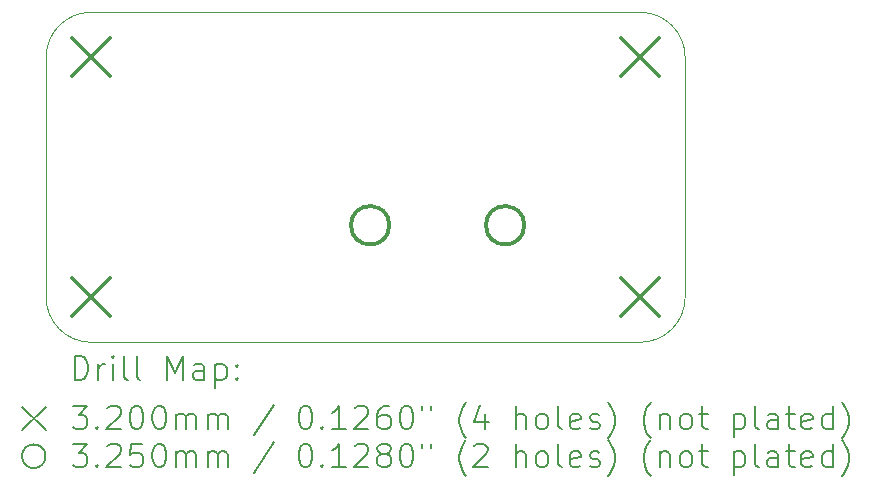
<source format=gbr>
%TF.GenerationSoftware,KiCad,Pcbnew,7.0.1*%
%TF.CreationDate,2023-07-05T13:46:18-05:00*%
%TF.ProjectId,MCP23008 Keypad Breakout,4d435032-3330-4303-9820-4b6579706164,rev?*%
%TF.SameCoordinates,Original*%
%TF.FileFunction,Drillmap*%
%TF.FilePolarity,Positive*%
%FSLAX45Y45*%
G04 Gerber Fmt 4.5, Leading zero omitted, Abs format (unit mm)*
G04 Created by KiCad (PCBNEW 7.0.1) date 2023-07-05 13:46:18*
%MOMM*%
%LPD*%
G01*
G04 APERTURE LIST*
%ADD10C,0.100000*%
%ADD11C,0.200000*%
%ADD12C,0.320000*%
%ADD13C,0.325000*%
G04 APERTURE END LIST*
D10*
X17373600Y-13335000D02*
G75*
G03*
X17754600Y-12954000I0J381000D01*
G01*
X17754600Y-10922000D02*
G75*
G03*
X17373600Y-10541000I-381000J0D01*
G01*
X12344400Y-12954000D02*
G75*
G03*
X12725400Y-13335000I381000J0D01*
G01*
X12725400Y-10541000D02*
G75*
G03*
X12344400Y-10922000I0J-381000D01*
G01*
X17373600Y-10541000D02*
X12725400Y-10541000D01*
X12344400Y-12954000D02*
X12344400Y-10922000D01*
X17754600Y-12954000D02*
X17754600Y-10922000D01*
X12725400Y-13335000D02*
X17373600Y-13335000D01*
D11*
D12*
X12565400Y-10762000D02*
X12885400Y-11082000D01*
X12885400Y-10762000D02*
X12565400Y-11082000D01*
X12565400Y-12794000D02*
X12885400Y-13114000D01*
X12885400Y-12794000D02*
X12565400Y-13114000D01*
X17213600Y-10762000D02*
X17533600Y-11082000D01*
X17533600Y-10762000D02*
X17213600Y-11082000D01*
X17213600Y-12794000D02*
X17533600Y-13114000D01*
X17533600Y-12794000D02*
X17213600Y-13114000D01*
D13*
X15250100Y-12344400D02*
G75*
G03*
X15250100Y-12344400I-162500J0D01*
G01*
X16393100Y-12344400D02*
G75*
G03*
X16393100Y-12344400I-162500J0D01*
G01*
D11*
X12587019Y-13652524D02*
X12587019Y-13452524D01*
X12587019Y-13452524D02*
X12634638Y-13452524D01*
X12634638Y-13452524D02*
X12663209Y-13462048D01*
X12663209Y-13462048D02*
X12682257Y-13481095D01*
X12682257Y-13481095D02*
X12691781Y-13500143D01*
X12691781Y-13500143D02*
X12701305Y-13538238D01*
X12701305Y-13538238D02*
X12701305Y-13566809D01*
X12701305Y-13566809D02*
X12691781Y-13604905D01*
X12691781Y-13604905D02*
X12682257Y-13623952D01*
X12682257Y-13623952D02*
X12663209Y-13643000D01*
X12663209Y-13643000D02*
X12634638Y-13652524D01*
X12634638Y-13652524D02*
X12587019Y-13652524D01*
X12787019Y-13652524D02*
X12787019Y-13519190D01*
X12787019Y-13557286D02*
X12796543Y-13538238D01*
X12796543Y-13538238D02*
X12806067Y-13528714D01*
X12806067Y-13528714D02*
X12825114Y-13519190D01*
X12825114Y-13519190D02*
X12844162Y-13519190D01*
X12910828Y-13652524D02*
X12910828Y-13519190D01*
X12910828Y-13452524D02*
X12901305Y-13462048D01*
X12901305Y-13462048D02*
X12910828Y-13471571D01*
X12910828Y-13471571D02*
X12920352Y-13462048D01*
X12920352Y-13462048D02*
X12910828Y-13452524D01*
X12910828Y-13452524D02*
X12910828Y-13471571D01*
X13034638Y-13652524D02*
X13015590Y-13643000D01*
X13015590Y-13643000D02*
X13006067Y-13623952D01*
X13006067Y-13623952D02*
X13006067Y-13452524D01*
X13139400Y-13652524D02*
X13120352Y-13643000D01*
X13120352Y-13643000D02*
X13110828Y-13623952D01*
X13110828Y-13623952D02*
X13110828Y-13452524D01*
X13367971Y-13652524D02*
X13367971Y-13452524D01*
X13367971Y-13452524D02*
X13434638Y-13595381D01*
X13434638Y-13595381D02*
X13501305Y-13452524D01*
X13501305Y-13452524D02*
X13501305Y-13652524D01*
X13682257Y-13652524D02*
X13682257Y-13547762D01*
X13682257Y-13547762D02*
X13672733Y-13528714D01*
X13672733Y-13528714D02*
X13653686Y-13519190D01*
X13653686Y-13519190D02*
X13615590Y-13519190D01*
X13615590Y-13519190D02*
X13596543Y-13528714D01*
X13682257Y-13643000D02*
X13663209Y-13652524D01*
X13663209Y-13652524D02*
X13615590Y-13652524D01*
X13615590Y-13652524D02*
X13596543Y-13643000D01*
X13596543Y-13643000D02*
X13587019Y-13623952D01*
X13587019Y-13623952D02*
X13587019Y-13604905D01*
X13587019Y-13604905D02*
X13596543Y-13585857D01*
X13596543Y-13585857D02*
X13615590Y-13576333D01*
X13615590Y-13576333D02*
X13663209Y-13576333D01*
X13663209Y-13576333D02*
X13682257Y-13566809D01*
X13777495Y-13519190D02*
X13777495Y-13719190D01*
X13777495Y-13528714D02*
X13796543Y-13519190D01*
X13796543Y-13519190D02*
X13834638Y-13519190D01*
X13834638Y-13519190D02*
X13853686Y-13528714D01*
X13853686Y-13528714D02*
X13863209Y-13538238D01*
X13863209Y-13538238D02*
X13872733Y-13557286D01*
X13872733Y-13557286D02*
X13872733Y-13614428D01*
X13872733Y-13614428D02*
X13863209Y-13633476D01*
X13863209Y-13633476D02*
X13853686Y-13643000D01*
X13853686Y-13643000D02*
X13834638Y-13652524D01*
X13834638Y-13652524D02*
X13796543Y-13652524D01*
X13796543Y-13652524D02*
X13777495Y-13643000D01*
X13958448Y-13633476D02*
X13967971Y-13643000D01*
X13967971Y-13643000D02*
X13958448Y-13652524D01*
X13958448Y-13652524D02*
X13948924Y-13643000D01*
X13948924Y-13643000D02*
X13958448Y-13633476D01*
X13958448Y-13633476D02*
X13958448Y-13652524D01*
X13958448Y-13528714D02*
X13967971Y-13538238D01*
X13967971Y-13538238D02*
X13958448Y-13547762D01*
X13958448Y-13547762D02*
X13948924Y-13538238D01*
X13948924Y-13538238D02*
X13958448Y-13528714D01*
X13958448Y-13528714D02*
X13958448Y-13547762D01*
X12139400Y-13880000D02*
X12339400Y-14080000D01*
X12339400Y-13880000D02*
X12139400Y-14080000D01*
X12567971Y-13872524D02*
X12691781Y-13872524D01*
X12691781Y-13872524D02*
X12625114Y-13948714D01*
X12625114Y-13948714D02*
X12653686Y-13948714D01*
X12653686Y-13948714D02*
X12672733Y-13958238D01*
X12672733Y-13958238D02*
X12682257Y-13967762D01*
X12682257Y-13967762D02*
X12691781Y-13986809D01*
X12691781Y-13986809D02*
X12691781Y-14034428D01*
X12691781Y-14034428D02*
X12682257Y-14053476D01*
X12682257Y-14053476D02*
X12672733Y-14063000D01*
X12672733Y-14063000D02*
X12653686Y-14072524D01*
X12653686Y-14072524D02*
X12596543Y-14072524D01*
X12596543Y-14072524D02*
X12577495Y-14063000D01*
X12577495Y-14063000D02*
X12567971Y-14053476D01*
X12777495Y-14053476D02*
X12787019Y-14063000D01*
X12787019Y-14063000D02*
X12777495Y-14072524D01*
X12777495Y-14072524D02*
X12767971Y-14063000D01*
X12767971Y-14063000D02*
X12777495Y-14053476D01*
X12777495Y-14053476D02*
X12777495Y-14072524D01*
X12863209Y-13891571D02*
X12872733Y-13882048D01*
X12872733Y-13882048D02*
X12891781Y-13872524D01*
X12891781Y-13872524D02*
X12939400Y-13872524D01*
X12939400Y-13872524D02*
X12958448Y-13882048D01*
X12958448Y-13882048D02*
X12967971Y-13891571D01*
X12967971Y-13891571D02*
X12977495Y-13910619D01*
X12977495Y-13910619D02*
X12977495Y-13929667D01*
X12977495Y-13929667D02*
X12967971Y-13958238D01*
X12967971Y-13958238D02*
X12853686Y-14072524D01*
X12853686Y-14072524D02*
X12977495Y-14072524D01*
X13101305Y-13872524D02*
X13120352Y-13872524D01*
X13120352Y-13872524D02*
X13139400Y-13882048D01*
X13139400Y-13882048D02*
X13148924Y-13891571D01*
X13148924Y-13891571D02*
X13158448Y-13910619D01*
X13158448Y-13910619D02*
X13167971Y-13948714D01*
X13167971Y-13948714D02*
X13167971Y-13996333D01*
X13167971Y-13996333D02*
X13158448Y-14034428D01*
X13158448Y-14034428D02*
X13148924Y-14053476D01*
X13148924Y-14053476D02*
X13139400Y-14063000D01*
X13139400Y-14063000D02*
X13120352Y-14072524D01*
X13120352Y-14072524D02*
X13101305Y-14072524D01*
X13101305Y-14072524D02*
X13082257Y-14063000D01*
X13082257Y-14063000D02*
X13072733Y-14053476D01*
X13072733Y-14053476D02*
X13063209Y-14034428D01*
X13063209Y-14034428D02*
X13053686Y-13996333D01*
X13053686Y-13996333D02*
X13053686Y-13948714D01*
X13053686Y-13948714D02*
X13063209Y-13910619D01*
X13063209Y-13910619D02*
X13072733Y-13891571D01*
X13072733Y-13891571D02*
X13082257Y-13882048D01*
X13082257Y-13882048D02*
X13101305Y-13872524D01*
X13291781Y-13872524D02*
X13310829Y-13872524D01*
X13310829Y-13872524D02*
X13329876Y-13882048D01*
X13329876Y-13882048D02*
X13339400Y-13891571D01*
X13339400Y-13891571D02*
X13348924Y-13910619D01*
X13348924Y-13910619D02*
X13358448Y-13948714D01*
X13358448Y-13948714D02*
X13358448Y-13996333D01*
X13358448Y-13996333D02*
X13348924Y-14034428D01*
X13348924Y-14034428D02*
X13339400Y-14053476D01*
X13339400Y-14053476D02*
X13329876Y-14063000D01*
X13329876Y-14063000D02*
X13310829Y-14072524D01*
X13310829Y-14072524D02*
X13291781Y-14072524D01*
X13291781Y-14072524D02*
X13272733Y-14063000D01*
X13272733Y-14063000D02*
X13263209Y-14053476D01*
X13263209Y-14053476D02*
X13253686Y-14034428D01*
X13253686Y-14034428D02*
X13244162Y-13996333D01*
X13244162Y-13996333D02*
X13244162Y-13948714D01*
X13244162Y-13948714D02*
X13253686Y-13910619D01*
X13253686Y-13910619D02*
X13263209Y-13891571D01*
X13263209Y-13891571D02*
X13272733Y-13882048D01*
X13272733Y-13882048D02*
X13291781Y-13872524D01*
X13444162Y-14072524D02*
X13444162Y-13939190D01*
X13444162Y-13958238D02*
X13453686Y-13948714D01*
X13453686Y-13948714D02*
X13472733Y-13939190D01*
X13472733Y-13939190D02*
X13501305Y-13939190D01*
X13501305Y-13939190D02*
X13520352Y-13948714D01*
X13520352Y-13948714D02*
X13529876Y-13967762D01*
X13529876Y-13967762D02*
X13529876Y-14072524D01*
X13529876Y-13967762D02*
X13539400Y-13948714D01*
X13539400Y-13948714D02*
X13558448Y-13939190D01*
X13558448Y-13939190D02*
X13587019Y-13939190D01*
X13587019Y-13939190D02*
X13606067Y-13948714D01*
X13606067Y-13948714D02*
X13615590Y-13967762D01*
X13615590Y-13967762D02*
X13615590Y-14072524D01*
X13710829Y-14072524D02*
X13710829Y-13939190D01*
X13710829Y-13958238D02*
X13720352Y-13948714D01*
X13720352Y-13948714D02*
X13739400Y-13939190D01*
X13739400Y-13939190D02*
X13767971Y-13939190D01*
X13767971Y-13939190D02*
X13787019Y-13948714D01*
X13787019Y-13948714D02*
X13796543Y-13967762D01*
X13796543Y-13967762D02*
X13796543Y-14072524D01*
X13796543Y-13967762D02*
X13806067Y-13948714D01*
X13806067Y-13948714D02*
X13825114Y-13939190D01*
X13825114Y-13939190D02*
X13853686Y-13939190D01*
X13853686Y-13939190D02*
X13872733Y-13948714D01*
X13872733Y-13948714D02*
X13882257Y-13967762D01*
X13882257Y-13967762D02*
X13882257Y-14072524D01*
X14272733Y-13863000D02*
X14101305Y-14120143D01*
X14529876Y-13872524D02*
X14548924Y-13872524D01*
X14548924Y-13872524D02*
X14567972Y-13882048D01*
X14567972Y-13882048D02*
X14577495Y-13891571D01*
X14577495Y-13891571D02*
X14587019Y-13910619D01*
X14587019Y-13910619D02*
X14596543Y-13948714D01*
X14596543Y-13948714D02*
X14596543Y-13996333D01*
X14596543Y-13996333D02*
X14587019Y-14034428D01*
X14587019Y-14034428D02*
X14577495Y-14053476D01*
X14577495Y-14053476D02*
X14567972Y-14063000D01*
X14567972Y-14063000D02*
X14548924Y-14072524D01*
X14548924Y-14072524D02*
X14529876Y-14072524D01*
X14529876Y-14072524D02*
X14510829Y-14063000D01*
X14510829Y-14063000D02*
X14501305Y-14053476D01*
X14501305Y-14053476D02*
X14491781Y-14034428D01*
X14491781Y-14034428D02*
X14482257Y-13996333D01*
X14482257Y-13996333D02*
X14482257Y-13948714D01*
X14482257Y-13948714D02*
X14491781Y-13910619D01*
X14491781Y-13910619D02*
X14501305Y-13891571D01*
X14501305Y-13891571D02*
X14510829Y-13882048D01*
X14510829Y-13882048D02*
X14529876Y-13872524D01*
X14682257Y-14053476D02*
X14691781Y-14063000D01*
X14691781Y-14063000D02*
X14682257Y-14072524D01*
X14682257Y-14072524D02*
X14672733Y-14063000D01*
X14672733Y-14063000D02*
X14682257Y-14053476D01*
X14682257Y-14053476D02*
X14682257Y-14072524D01*
X14882257Y-14072524D02*
X14767972Y-14072524D01*
X14825114Y-14072524D02*
X14825114Y-13872524D01*
X14825114Y-13872524D02*
X14806067Y-13901095D01*
X14806067Y-13901095D02*
X14787019Y-13920143D01*
X14787019Y-13920143D02*
X14767972Y-13929667D01*
X14958448Y-13891571D02*
X14967972Y-13882048D01*
X14967972Y-13882048D02*
X14987019Y-13872524D01*
X14987019Y-13872524D02*
X15034638Y-13872524D01*
X15034638Y-13872524D02*
X15053686Y-13882048D01*
X15053686Y-13882048D02*
X15063210Y-13891571D01*
X15063210Y-13891571D02*
X15072733Y-13910619D01*
X15072733Y-13910619D02*
X15072733Y-13929667D01*
X15072733Y-13929667D02*
X15063210Y-13958238D01*
X15063210Y-13958238D02*
X14948924Y-14072524D01*
X14948924Y-14072524D02*
X15072733Y-14072524D01*
X15244162Y-13872524D02*
X15206067Y-13872524D01*
X15206067Y-13872524D02*
X15187019Y-13882048D01*
X15187019Y-13882048D02*
X15177495Y-13891571D01*
X15177495Y-13891571D02*
X15158448Y-13920143D01*
X15158448Y-13920143D02*
X15148924Y-13958238D01*
X15148924Y-13958238D02*
X15148924Y-14034428D01*
X15148924Y-14034428D02*
X15158448Y-14053476D01*
X15158448Y-14053476D02*
X15167972Y-14063000D01*
X15167972Y-14063000D02*
X15187019Y-14072524D01*
X15187019Y-14072524D02*
X15225114Y-14072524D01*
X15225114Y-14072524D02*
X15244162Y-14063000D01*
X15244162Y-14063000D02*
X15253686Y-14053476D01*
X15253686Y-14053476D02*
X15263210Y-14034428D01*
X15263210Y-14034428D02*
X15263210Y-13986809D01*
X15263210Y-13986809D02*
X15253686Y-13967762D01*
X15253686Y-13967762D02*
X15244162Y-13958238D01*
X15244162Y-13958238D02*
X15225114Y-13948714D01*
X15225114Y-13948714D02*
X15187019Y-13948714D01*
X15187019Y-13948714D02*
X15167972Y-13958238D01*
X15167972Y-13958238D02*
X15158448Y-13967762D01*
X15158448Y-13967762D02*
X15148924Y-13986809D01*
X15387019Y-13872524D02*
X15406067Y-13872524D01*
X15406067Y-13872524D02*
X15425114Y-13882048D01*
X15425114Y-13882048D02*
X15434638Y-13891571D01*
X15434638Y-13891571D02*
X15444162Y-13910619D01*
X15444162Y-13910619D02*
X15453686Y-13948714D01*
X15453686Y-13948714D02*
X15453686Y-13996333D01*
X15453686Y-13996333D02*
X15444162Y-14034428D01*
X15444162Y-14034428D02*
X15434638Y-14053476D01*
X15434638Y-14053476D02*
X15425114Y-14063000D01*
X15425114Y-14063000D02*
X15406067Y-14072524D01*
X15406067Y-14072524D02*
X15387019Y-14072524D01*
X15387019Y-14072524D02*
X15367972Y-14063000D01*
X15367972Y-14063000D02*
X15358448Y-14053476D01*
X15358448Y-14053476D02*
X15348924Y-14034428D01*
X15348924Y-14034428D02*
X15339400Y-13996333D01*
X15339400Y-13996333D02*
X15339400Y-13948714D01*
X15339400Y-13948714D02*
X15348924Y-13910619D01*
X15348924Y-13910619D02*
X15358448Y-13891571D01*
X15358448Y-13891571D02*
X15367972Y-13882048D01*
X15367972Y-13882048D02*
X15387019Y-13872524D01*
X15529876Y-13872524D02*
X15529876Y-13910619D01*
X15606067Y-13872524D02*
X15606067Y-13910619D01*
X15901305Y-14148714D02*
X15891781Y-14139190D01*
X15891781Y-14139190D02*
X15872734Y-14110619D01*
X15872734Y-14110619D02*
X15863210Y-14091571D01*
X15863210Y-14091571D02*
X15853686Y-14063000D01*
X15853686Y-14063000D02*
X15844162Y-14015381D01*
X15844162Y-14015381D02*
X15844162Y-13977286D01*
X15844162Y-13977286D02*
X15853686Y-13929667D01*
X15853686Y-13929667D02*
X15863210Y-13901095D01*
X15863210Y-13901095D02*
X15872734Y-13882048D01*
X15872734Y-13882048D02*
X15891781Y-13853476D01*
X15891781Y-13853476D02*
X15901305Y-13843952D01*
X16063210Y-13939190D02*
X16063210Y-14072524D01*
X16015591Y-13863000D02*
X15967972Y-14005857D01*
X15967972Y-14005857D02*
X16091781Y-14005857D01*
X16320353Y-14072524D02*
X16320353Y-13872524D01*
X16406067Y-14072524D02*
X16406067Y-13967762D01*
X16406067Y-13967762D02*
X16396543Y-13948714D01*
X16396543Y-13948714D02*
X16377496Y-13939190D01*
X16377496Y-13939190D02*
X16348924Y-13939190D01*
X16348924Y-13939190D02*
X16329876Y-13948714D01*
X16329876Y-13948714D02*
X16320353Y-13958238D01*
X16529876Y-14072524D02*
X16510829Y-14063000D01*
X16510829Y-14063000D02*
X16501305Y-14053476D01*
X16501305Y-14053476D02*
X16491781Y-14034428D01*
X16491781Y-14034428D02*
X16491781Y-13977286D01*
X16491781Y-13977286D02*
X16501305Y-13958238D01*
X16501305Y-13958238D02*
X16510829Y-13948714D01*
X16510829Y-13948714D02*
X16529876Y-13939190D01*
X16529876Y-13939190D02*
X16558448Y-13939190D01*
X16558448Y-13939190D02*
X16577496Y-13948714D01*
X16577496Y-13948714D02*
X16587019Y-13958238D01*
X16587019Y-13958238D02*
X16596543Y-13977286D01*
X16596543Y-13977286D02*
X16596543Y-14034428D01*
X16596543Y-14034428D02*
X16587019Y-14053476D01*
X16587019Y-14053476D02*
X16577496Y-14063000D01*
X16577496Y-14063000D02*
X16558448Y-14072524D01*
X16558448Y-14072524D02*
X16529876Y-14072524D01*
X16710829Y-14072524D02*
X16691781Y-14063000D01*
X16691781Y-14063000D02*
X16682257Y-14043952D01*
X16682257Y-14043952D02*
X16682257Y-13872524D01*
X16863210Y-14063000D02*
X16844162Y-14072524D01*
X16844162Y-14072524D02*
X16806067Y-14072524D01*
X16806067Y-14072524D02*
X16787019Y-14063000D01*
X16787019Y-14063000D02*
X16777496Y-14043952D01*
X16777496Y-14043952D02*
X16777496Y-13967762D01*
X16777496Y-13967762D02*
X16787019Y-13948714D01*
X16787019Y-13948714D02*
X16806067Y-13939190D01*
X16806067Y-13939190D02*
X16844162Y-13939190D01*
X16844162Y-13939190D02*
X16863210Y-13948714D01*
X16863210Y-13948714D02*
X16872734Y-13967762D01*
X16872734Y-13967762D02*
X16872734Y-13986809D01*
X16872734Y-13986809D02*
X16777496Y-14005857D01*
X16948924Y-14063000D02*
X16967972Y-14072524D01*
X16967972Y-14072524D02*
X17006067Y-14072524D01*
X17006067Y-14072524D02*
X17025115Y-14063000D01*
X17025115Y-14063000D02*
X17034639Y-14043952D01*
X17034639Y-14043952D02*
X17034639Y-14034428D01*
X17034639Y-14034428D02*
X17025115Y-14015381D01*
X17025115Y-14015381D02*
X17006067Y-14005857D01*
X17006067Y-14005857D02*
X16977496Y-14005857D01*
X16977496Y-14005857D02*
X16958448Y-13996333D01*
X16958448Y-13996333D02*
X16948924Y-13977286D01*
X16948924Y-13977286D02*
X16948924Y-13967762D01*
X16948924Y-13967762D02*
X16958448Y-13948714D01*
X16958448Y-13948714D02*
X16977496Y-13939190D01*
X16977496Y-13939190D02*
X17006067Y-13939190D01*
X17006067Y-13939190D02*
X17025115Y-13948714D01*
X17101305Y-14148714D02*
X17110829Y-14139190D01*
X17110829Y-14139190D02*
X17129877Y-14110619D01*
X17129877Y-14110619D02*
X17139400Y-14091571D01*
X17139400Y-14091571D02*
X17148924Y-14063000D01*
X17148924Y-14063000D02*
X17158448Y-14015381D01*
X17158448Y-14015381D02*
X17158448Y-13977286D01*
X17158448Y-13977286D02*
X17148924Y-13929667D01*
X17148924Y-13929667D02*
X17139400Y-13901095D01*
X17139400Y-13901095D02*
X17129877Y-13882048D01*
X17129877Y-13882048D02*
X17110829Y-13853476D01*
X17110829Y-13853476D02*
X17101305Y-13843952D01*
X17463210Y-14148714D02*
X17453686Y-14139190D01*
X17453686Y-14139190D02*
X17434639Y-14110619D01*
X17434639Y-14110619D02*
X17425115Y-14091571D01*
X17425115Y-14091571D02*
X17415591Y-14063000D01*
X17415591Y-14063000D02*
X17406067Y-14015381D01*
X17406067Y-14015381D02*
X17406067Y-13977286D01*
X17406067Y-13977286D02*
X17415591Y-13929667D01*
X17415591Y-13929667D02*
X17425115Y-13901095D01*
X17425115Y-13901095D02*
X17434639Y-13882048D01*
X17434639Y-13882048D02*
X17453686Y-13853476D01*
X17453686Y-13853476D02*
X17463210Y-13843952D01*
X17539400Y-13939190D02*
X17539400Y-14072524D01*
X17539400Y-13958238D02*
X17548924Y-13948714D01*
X17548924Y-13948714D02*
X17567972Y-13939190D01*
X17567972Y-13939190D02*
X17596543Y-13939190D01*
X17596543Y-13939190D02*
X17615591Y-13948714D01*
X17615591Y-13948714D02*
X17625115Y-13967762D01*
X17625115Y-13967762D02*
X17625115Y-14072524D01*
X17748924Y-14072524D02*
X17729877Y-14063000D01*
X17729877Y-14063000D02*
X17720353Y-14053476D01*
X17720353Y-14053476D02*
X17710829Y-14034428D01*
X17710829Y-14034428D02*
X17710829Y-13977286D01*
X17710829Y-13977286D02*
X17720353Y-13958238D01*
X17720353Y-13958238D02*
X17729877Y-13948714D01*
X17729877Y-13948714D02*
X17748924Y-13939190D01*
X17748924Y-13939190D02*
X17777496Y-13939190D01*
X17777496Y-13939190D02*
X17796543Y-13948714D01*
X17796543Y-13948714D02*
X17806067Y-13958238D01*
X17806067Y-13958238D02*
X17815591Y-13977286D01*
X17815591Y-13977286D02*
X17815591Y-14034428D01*
X17815591Y-14034428D02*
X17806067Y-14053476D01*
X17806067Y-14053476D02*
X17796543Y-14063000D01*
X17796543Y-14063000D02*
X17777496Y-14072524D01*
X17777496Y-14072524D02*
X17748924Y-14072524D01*
X17872734Y-13939190D02*
X17948924Y-13939190D01*
X17901305Y-13872524D02*
X17901305Y-14043952D01*
X17901305Y-14043952D02*
X17910829Y-14063000D01*
X17910829Y-14063000D02*
X17929877Y-14072524D01*
X17929877Y-14072524D02*
X17948924Y-14072524D01*
X18167972Y-13939190D02*
X18167972Y-14139190D01*
X18167972Y-13948714D02*
X18187020Y-13939190D01*
X18187020Y-13939190D02*
X18225115Y-13939190D01*
X18225115Y-13939190D02*
X18244162Y-13948714D01*
X18244162Y-13948714D02*
X18253686Y-13958238D01*
X18253686Y-13958238D02*
X18263210Y-13977286D01*
X18263210Y-13977286D02*
X18263210Y-14034428D01*
X18263210Y-14034428D02*
X18253686Y-14053476D01*
X18253686Y-14053476D02*
X18244162Y-14063000D01*
X18244162Y-14063000D02*
X18225115Y-14072524D01*
X18225115Y-14072524D02*
X18187020Y-14072524D01*
X18187020Y-14072524D02*
X18167972Y-14063000D01*
X18377496Y-14072524D02*
X18358448Y-14063000D01*
X18358448Y-14063000D02*
X18348924Y-14043952D01*
X18348924Y-14043952D02*
X18348924Y-13872524D01*
X18539401Y-14072524D02*
X18539401Y-13967762D01*
X18539401Y-13967762D02*
X18529877Y-13948714D01*
X18529877Y-13948714D02*
X18510829Y-13939190D01*
X18510829Y-13939190D02*
X18472734Y-13939190D01*
X18472734Y-13939190D02*
X18453686Y-13948714D01*
X18539401Y-14063000D02*
X18520353Y-14072524D01*
X18520353Y-14072524D02*
X18472734Y-14072524D01*
X18472734Y-14072524D02*
X18453686Y-14063000D01*
X18453686Y-14063000D02*
X18444162Y-14043952D01*
X18444162Y-14043952D02*
X18444162Y-14024905D01*
X18444162Y-14024905D02*
X18453686Y-14005857D01*
X18453686Y-14005857D02*
X18472734Y-13996333D01*
X18472734Y-13996333D02*
X18520353Y-13996333D01*
X18520353Y-13996333D02*
X18539401Y-13986809D01*
X18606067Y-13939190D02*
X18682258Y-13939190D01*
X18634639Y-13872524D02*
X18634639Y-14043952D01*
X18634639Y-14043952D02*
X18644162Y-14063000D01*
X18644162Y-14063000D02*
X18663210Y-14072524D01*
X18663210Y-14072524D02*
X18682258Y-14072524D01*
X18825115Y-14063000D02*
X18806067Y-14072524D01*
X18806067Y-14072524D02*
X18767972Y-14072524D01*
X18767972Y-14072524D02*
X18748924Y-14063000D01*
X18748924Y-14063000D02*
X18739401Y-14043952D01*
X18739401Y-14043952D02*
X18739401Y-13967762D01*
X18739401Y-13967762D02*
X18748924Y-13948714D01*
X18748924Y-13948714D02*
X18767972Y-13939190D01*
X18767972Y-13939190D02*
X18806067Y-13939190D01*
X18806067Y-13939190D02*
X18825115Y-13948714D01*
X18825115Y-13948714D02*
X18834639Y-13967762D01*
X18834639Y-13967762D02*
X18834639Y-13986809D01*
X18834639Y-13986809D02*
X18739401Y-14005857D01*
X19006067Y-14072524D02*
X19006067Y-13872524D01*
X19006067Y-14063000D02*
X18987020Y-14072524D01*
X18987020Y-14072524D02*
X18948924Y-14072524D01*
X18948924Y-14072524D02*
X18929877Y-14063000D01*
X18929877Y-14063000D02*
X18920353Y-14053476D01*
X18920353Y-14053476D02*
X18910829Y-14034428D01*
X18910829Y-14034428D02*
X18910829Y-13977286D01*
X18910829Y-13977286D02*
X18920353Y-13958238D01*
X18920353Y-13958238D02*
X18929877Y-13948714D01*
X18929877Y-13948714D02*
X18948924Y-13939190D01*
X18948924Y-13939190D02*
X18987020Y-13939190D01*
X18987020Y-13939190D02*
X19006067Y-13948714D01*
X19082258Y-14148714D02*
X19091782Y-14139190D01*
X19091782Y-14139190D02*
X19110829Y-14110619D01*
X19110829Y-14110619D02*
X19120353Y-14091571D01*
X19120353Y-14091571D02*
X19129877Y-14063000D01*
X19129877Y-14063000D02*
X19139401Y-14015381D01*
X19139401Y-14015381D02*
X19139401Y-13977286D01*
X19139401Y-13977286D02*
X19129877Y-13929667D01*
X19129877Y-13929667D02*
X19120353Y-13901095D01*
X19120353Y-13901095D02*
X19110829Y-13882048D01*
X19110829Y-13882048D02*
X19091782Y-13853476D01*
X19091782Y-13853476D02*
X19082258Y-13843952D01*
X12339400Y-14300000D02*
G75*
G03*
X12339400Y-14300000I-100000J0D01*
G01*
X12567971Y-14192524D02*
X12691781Y-14192524D01*
X12691781Y-14192524D02*
X12625114Y-14268714D01*
X12625114Y-14268714D02*
X12653686Y-14268714D01*
X12653686Y-14268714D02*
X12672733Y-14278238D01*
X12672733Y-14278238D02*
X12682257Y-14287762D01*
X12682257Y-14287762D02*
X12691781Y-14306809D01*
X12691781Y-14306809D02*
X12691781Y-14354428D01*
X12691781Y-14354428D02*
X12682257Y-14373476D01*
X12682257Y-14373476D02*
X12672733Y-14383000D01*
X12672733Y-14383000D02*
X12653686Y-14392524D01*
X12653686Y-14392524D02*
X12596543Y-14392524D01*
X12596543Y-14392524D02*
X12577495Y-14383000D01*
X12577495Y-14383000D02*
X12567971Y-14373476D01*
X12777495Y-14373476D02*
X12787019Y-14383000D01*
X12787019Y-14383000D02*
X12777495Y-14392524D01*
X12777495Y-14392524D02*
X12767971Y-14383000D01*
X12767971Y-14383000D02*
X12777495Y-14373476D01*
X12777495Y-14373476D02*
X12777495Y-14392524D01*
X12863209Y-14211571D02*
X12872733Y-14202048D01*
X12872733Y-14202048D02*
X12891781Y-14192524D01*
X12891781Y-14192524D02*
X12939400Y-14192524D01*
X12939400Y-14192524D02*
X12958448Y-14202048D01*
X12958448Y-14202048D02*
X12967971Y-14211571D01*
X12967971Y-14211571D02*
X12977495Y-14230619D01*
X12977495Y-14230619D02*
X12977495Y-14249667D01*
X12977495Y-14249667D02*
X12967971Y-14278238D01*
X12967971Y-14278238D02*
X12853686Y-14392524D01*
X12853686Y-14392524D02*
X12977495Y-14392524D01*
X13158448Y-14192524D02*
X13063209Y-14192524D01*
X13063209Y-14192524D02*
X13053686Y-14287762D01*
X13053686Y-14287762D02*
X13063209Y-14278238D01*
X13063209Y-14278238D02*
X13082257Y-14268714D01*
X13082257Y-14268714D02*
X13129876Y-14268714D01*
X13129876Y-14268714D02*
X13148924Y-14278238D01*
X13148924Y-14278238D02*
X13158448Y-14287762D01*
X13158448Y-14287762D02*
X13167971Y-14306809D01*
X13167971Y-14306809D02*
X13167971Y-14354428D01*
X13167971Y-14354428D02*
X13158448Y-14373476D01*
X13158448Y-14373476D02*
X13148924Y-14383000D01*
X13148924Y-14383000D02*
X13129876Y-14392524D01*
X13129876Y-14392524D02*
X13082257Y-14392524D01*
X13082257Y-14392524D02*
X13063209Y-14383000D01*
X13063209Y-14383000D02*
X13053686Y-14373476D01*
X13291781Y-14192524D02*
X13310829Y-14192524D01*
X13310829Y-14192524D02*
X13329876Y-14202048D01*
X13329876Y-14202048D02*
X13339400Y-14211571D01*
X13339400Y-14211571D02*
X13348924Y-14230619D01*
X13348924Y-14230619D02*
X13358448Y-14268714D01*
X13358448Y-14268714D02*
X13358448Y-14316333D01*
X13358448Y-14316333D02*
X13348924Y-14354428D01*
X13348924Y-14354428D02*
X13339400Y-14373476D01*
X13339400Y-14373476D02*
X13329876Y-14383000D01*
X13329876Y-14383000D02*
X13310829Y-14392524D01*
X13310829Y-14392524D02*
X13291781Y-14392524D01*
X13291781Y-14392524D02*
X13272733Y-14383000D01*
X13272733Y-14383000D02*
X13263209Y-14373476D01*
X13263209Y-14373476D02*
X13253686Y-14354428D01*
X13253686Y-14354428D02*
X13244162Y-14316333D01*
X13244162Y-14316333D02*
X13244162Y-14268714D01*
X13244162Y-14268714D02*
X13253686Y-14230619D01*
X13253686Y-14230619D02*
X13263209Y-14211571D01*
X13263209Y-14211571D02*
X13272733Y-14202048D01*
X13272733Y-14202048D02*
X13291781Y-14192524D01*
X13444162Y-14392524D02*
X13444162Y-14259190D01*
X13444162Y-14278238D02*
X13453686Y-14268714D01*
X13453686Y-14268714D02*
X13472733Y-14259190D01*
X13472733Y-14259190D02*
X13501305Y-14259190D01*
X13501305Y-14259190D02*
X13520352Y-14268714D01*
X13520352Y-14268714D02*
X13529876Y-14287762D01*
X13529876Y-14287762D02*
X13529876Y-14392524D01*
X13529876Y-14287762D02*
X13539400Y-14268714D01*
X13539400Y-14268714D02*
X13558448Y-14259190D01*
X13558448Y-14259190D02*
X13587019Y-14259190D01*
X13587019Y-14259190D02*
X13606067Y-14268714D01*
X13606067Y-14268714D02*
X13615590Y-14287762D01*
X13615590Y-14287762D02*
X13615590Y-14392524D01*
X13710829Y-14392524D02*
X13710829Y-14259190D01*
X13710829Y-14278238D02*
X13720352Y-14268714D01*
X13720352Y-14268714D02*
X13739400Y-14259190D01*
X13739400Y-14259190D02*
X13767971Y-14259190D01*
X13767971Y-14259190D02*
X13787019Y-14268714D01*
X13787019Y-14268714D02*
X13796543Y-14287762D01*
X13796543Y-14287762D02*
X13796543Y-14392524D01*
X13796543Y-14287762D02*
X13806067Y-14268714D01*
X13806067Y-14268714D02*
X13825114Y-14259190D01*
X13825114Y-14259190D02*
X13853686Y-14259190D01*
X13853686Y-14259190D02*
X13872733Y-14268714D01*
X13872733Y-14268714D02*
X13882257Y-14287762D01*
X13882257Y-14287762D02*
X13882257Y-14392524D01*
X14272733Y-14183000D02*
X14101305Y-14440143D01*
X14529876Y-14192524D02*
X14548924Y-14192524D01*
X14548924Y-14192524D02*
X14567972Y-14202048D01*
X14567972Y-14202048D02*
X14577495Y-14211571D01*
X14577495Y-14211571D02*
X14587019Y-14230619D01*
X14587019Y-14230619D02*
X14596543Y-14268714D01*
X14596543Y-14268714D02*
X14596543Y-14316333D01*
X14596543Y-14316333D02*
X14587019Y-14354428D01*
X14587019Y-14354428D02*
X14577495Y-14373476D01*
X14577495Y-14373476D02*
X14567972Y-14383000D01*
X14567972Y-14383000D02*
X14548924Y-14392524D01*
X14548924Y-14392524D02*
X14529876Y-14392524D01*
X14529876Y-14392524D02*
X14510829Y-14383000D01*
X14510829Y-14383000D02*
X14501305Y-14373476D01*
X14501305Y-14373476D02*
X14491781Y-14354428D01*
X14491781Y-14354428D02*
X14482257Y-14316333D01*
X14482257Y-14316333D02*
X14482257Y-14268714D01*
X14482257Y-14268714D02*
X14491781Y-14230619D01*
X14491781Y-14230619D02*
X14501305Y-14211571D01*
X14501305Y-14211571D02*
X14510829Y-14202048D01*
X14510829Y-14202048D02*
X14529876Y-14192524D01*
X14682257Y-14373476D02*
X14691781Y-14383000D01*
X14691781Y-14383000D02*
X14682257Y-14392524D01*
X14682257Y-14392524D02*
X14672733Y-14383000D01*
X14672733Y-14383000D02*
X14682257Y-14373476D01*
X14682257Y-14373476D02*
X14682257Y-14392524D01*
X14882257Y-14392524D02*
X14767972Y-14392524D01*
X14825114Y-14392524D02*
X14825114Y-14192524D01*
X14825114Y-14192524D02*
X14806067Y-14221095D01*
X14806067Y-14221095D02*
X14787019Y-14240143D01*
X14787019Y-14240143D02*
X14767972Y-14249667D01*
X14958448Y-14211571D02*
X14967972Y-14202048D01*
X14967972Y-14202048D02*
X14987019Y-14192524D01*
X14987019Y-14192524D02*
X15034638Y-14192524D01*
X15034638Y-14192524D02*
X15053686Y-14202048D01*
X15053686Y-14202048D02*
X15063210Y-14211571D01*
X15063210Y-14211571D02*
X15072733Y-14230619D01*
X15072733Y-14230619D02*
X15072733Y-14249667D01*
X15072733Y-14249667D02*
X15063210Y-14278238D01*
X15063210Y-14278238D02*
X14948924Y-14392524D01*
X14948924Y-14392524D02*
X15072733Y-14392524D01*
X15187019Y-14278238D02*
X15167972Y-14268714D01*
X15167972Y-14268714D02*
X15158448Y-14259190D01*
X15158448Y-14259190D02*
X15148924Y-14240143D01*
X15148924Y-14240143D02*
X15148924Y-14230619D01*
X15148924Y-14230619D02*
X15158448Y-14211571D01*
X15158448Y-14211571D02*
X15167972Y-14202048D01*
X15167972Y-14202048D02*
X15187019Y-14192524D01*
X15187019Y-14192524D02*
X15225114Y-14192524D01*
X15225114Y-14192524D02*
X15244162Y-14202048D01*
X15244162Y-14202048D02*
X15253686Y-14211571D01*
X15253686Y-14211571D02*
X15263210Y-14230619D01*
X15263210Y-14230619D02*
X15263210Y-14240143D01*
X15263210Y-14240143D02*
X15253686Y-14259190D01*
X15253686Y-14259190D02*
X15244162Y-14268714D01*
X15244162Y-14268714D02*
X15225114Y-14278238D01*
X15225114Y-14278238D02*
X15187019Y-14278238D01*
X15187019Y-14278238D02*
X15167972Y-14287762D01*
X15167972Y-14287762D02*
X15158448Y-14297286D01*
X15158448Y-14297286D02*
X15148924Y-14316333D01*
X15148924Y-14316333D02*
X15148924Y-14354428D01*
X15148924Y-14354428D02*
X15158448Y-14373476D01*
X15158448Y-14373476D02*
X15167972Y-14383000D01*
X15167972Y-14383000D02*
X15187019Y-14392524D01*
X15187019Y-14392524D02*
X15225114Y-14392524D01*
X15225114Y-14392524D02*
X15244162Y-14383000D01*
X15244162Y-14383000D02*
X15253686Y-14373476D01*
X15253686Y-14373476D02*
X15263210Y-14354428D01*
X15263210Y-14354428D02*
X15263210Y-14316333D01*
X15263210Y-14316333D02*
X15253686Y-14297286D01*
X15253686Y-14297286D02*
X15244162Y-14287762D01*
X15244162Y-14287762D02*
X15225114Y-14278238D01*
X15387019Y-14192524D02*
X15406067Y-14192524D01*
X15406067Y-14192524D02*
X15425114Y-14202048D01*
X15425114Y-14202048D02*
X15434638Y-14211571D01*
X15434638Y-14211571D02*
X15444162Y-14230619D01*
X15444162Y-14230619D02*
X15453686Y-14268714D01*
X15453686Y-14268714D02*
X15453686Y-14316333D01*
X15453686Y-14316333D02*
X15444162Y-14354428D01*
X15444162Y-14354428D02*
X15434638Y-14373476D01*
X15434638Y-14373476D02*
X15425114Y-14383000D01*
X15425114Y-14383000D02*
X15406067Y-14392524D01*
X15406067Y-14392524D02*
X15387019Y-14392524D01*
X15387019Y-14392524D02*
X15367972Y-14383000D01*
X15367972Y-14383000D02*
X15358448Y-14373476D01*
X15358448Y-14373476D02*
X15348924Y-14354428D01*
X15348924Y-14354428D02*
X15339400Y-14316333D01*
X15339400Y-14316333D02*
X15339400Y-14268714D01*
X15339400Y-14268714D02*
X15348924Y-14230619D01*
X15348924Y-14230619D02*
X15358448Y-14211571D01*
X15358448Y-14211571D02*
X15367972Y-14202048D01*
X15367972Y-14202048D02*
X15387019Y-14192524D01*
X15529876Y-14192524D02*
X15529876Y-14230619D01*
X15606067Y-14192524D02*
X15606067Y-14230619D01*
X15901305Y-14468714D02*
X15891781Y-14459190D01*
X15891781Y-14459190D02*
X15872734Y-14430619D01*
X15872734Y-14430619D02*
X15863210Y-14411571D01*
X15863210Y-14411571D02*
X15853686Y-14383000D01*
X15853686Y-14383000D02*
X15844162Y-14335381D01*
X15844162Y-14335381D02*
X15844162Y-14297286D01*
X15844162Y-14297286D02*
X15853686Y-14249667D01*
X15853686Y-14249667D02*
X15863210Y-14221095D01*
X15863210Y-14221095D02*
X15872734Y-14202048D01*
X15872734Y-14202048D02*
X15891781Y-14173476D01*
X15891781Y-14173476D02*
X15901305Y-14163952D01*
X15967972Y-14211571D02*
X15977495Y-14202048D01*
X15977495Y-14202048D02*
X15996543Y-14192524D01*
X15996543Y-14192524D02*
X16044162Y-14192524D01*
X16044162Y-14192524D02*
X16063210Y-14202048D01*
X16063210Y-14202048D02*
X16072734Y-14211571D01*
X16072734Y-14211571D02*
X16082257Y-14230619D01*
X16082257Y-14230619D02*
X16082257Y-14249667D01*
X16082257Y-14249667D02*
X16072734Y-14278238D01*
X16072734Y-14278238D02*
X15958448Y-14392524D01*
X15958448Y-14392524D02*
X16082257Y-14392524D01*
X16320353Y-14392524D02*
X16320353Y-14192524D01*
X16406067Y-14392524D02*
X16406067Y-14287762D01*
X16406067Y-14287762D02*
X16396543Y-14268714D01*
X16396543Y-14268714D02*
X16377496Y-14259190D01*
X16377496Y-14259190D02*
X16348924Y-14259190D01*
X16348924Y-14259190D02*
X16329876Y-14268714D01*
X16329876Y-14268714D02*
X16320353Y-14278238D01*
X16529876Y-14392524D02*
X16510829Y-14383000D01*
X16510829Y-14383000D02*
X16501305Y-14373476D01*
X16501305Y-14373476D02*
X16491781Y-14354428D01*
X16491781Y-14354428D02*
X16491781Y-14297286D01*
X16491781Y-14297286D02*
X16501305Y-14278238D01*
X16501305Y-14278238D02*
X16510829Y-14268714D01*
X16510829Y-14268714D02*
X16529876Y-14259190D01*
X16529876Y-14259190D02*
X16558448Y-14259190D01*
X16558448Y-14259190D02*
X16577496Y-14268714D01*
X16577496Y-14268714D02*
X16587019Y-14278238D01*
X16587019Y-14278238D02*
X16596543Y-14297286D01*
X16596543Y-14297286D02*
X16596543Y-14354428D01*
X16596543Y-14354428D02*
X16587019Y-14373476D01*
X16587019Y-14373476D02*
X16577496Y-14383000D01*
X16577496Y-14383000D02*
X16558448Y-14392524D01*
X16558448Y-14392524D02*
X16529876Y-14392524D01*
X16710829Y-14392524D02*
X16691781Y-14383000D01*
X16691781Y-14383000D02*
X16682257Y-14363952D01*
X16682257Y-14363952D02*
X16682257Y-14192524D01*
X16863210Y-14383000D02*
X16844162Y-14392524D01*
X16844162Y-14392524D02*
X16806067Y-14392524D01*
X16806067Y-14392524D02*
X16787019Y-14383000D01*
X16787019Y-14383000D02*
X16777496Y-14363952D01*
X16777496Y-14363952D02*
X16777496Y-14287762D01*
X16777496Y-14287762D02*
X16787019Y-14268714D01*
X16787019Y-14268714D02*
X16806067Y-14259190D01*
X16806067Y-14259190D02*
X16844162Y-14259190D01*
X16844162Y-14259190D02*
X16863210Y-14268714D01*
X16863210Y-14268714D02*
X16872734Y-14287762D01*
X16872734Y-14287762D02*
X16872734Y-14306809D01*
X16872734Y-14306809D02*
X16777496Y-14325857D01*
X16948924Y-14383000D02*
X16967972Y-14392524D01*
X16967972Y-14392524D02*
X17006067Y-14392524D01*
X17006067Y-14392524D02*
X17025115Y-14383000D01*
X17025115Y-14383000D02*
X17034639Y-14363952D01*
X17034639Y-14363952D02*
X17034639Y-14354428D01*
X17034639Y-14354428D02*
X17025115Y-14335381D01*
X17025115Y-14335381D02*
X17006067Y-14325857D01*
X17006067Y-14325857D02*
X16977496Y-14325857D01*
X16977496Y-14325857D02*
X16958448Y-14316333D01*
X16958448Y-14316333D02*
X16948924Y-14297286D01*
X16948924Y-14297286D02*
X16948924Y-14287762D01*
X16948924Y-14287762D02*
X16958448Y-14268714D01*
X16958448Y-14268714D02*
X16977496Y-14259190D01*
X16977496Y-14259190D02*
X17006067Y-14259190D01*
X17006067Y-14259190D02*
X17025115Y-14268714D01*
X17101305Y-14468714D02*
X17110829Y-14459190D01*
X17110829Y-14459190D02*
X17129877Y-14430619D01*
X17129877Y-14430619D02*
X17139400Y-14411571D01*
X17139400Y-14411571D02*
X17148924Y-14383000D01*
X17148924Y-14383000D02*
X17158448Y-14335381D01*
X17158448Y-14335381D02*
X17158448Y-14297286D01*
X17158448Y-14297286D02*
X17148924Y-14249667D01*
X17148924Y-14249667D02*
X17139400Y-14221095D01*
X17139400Y-14221095D02*
X17129877Y-14202048D01*
X17129877Y-14202048D02*
X17110829Y-14173476D01*
X17110829Y-14173476D02*
X17101305Y-14163952D01*
X17463210Y-14468714D02*
X17453686Y-14459190D01*
X17453686Y-14459190D02*
X17434639Y-14430619D01*
X17434639Y-14430619D02*
X17425115Y-14411571D01*
X17425115Y-14411571D02*
X17415591Y-14383000D01*
X17415591Y-14383000D02*
X17406067Y-14335381D01*
X17406067Y-14335381D02*
X17406067Y-14297286D01*
X17406067Y-14297286D02*
X17415591Y-14249667D01*
X17415591Y-14249667D02*
X17425115Y-14221095D01*
X17425115Y-14221095D02*
X17434639Y-14202048D01*
X17434639Y-14202048D02*
X17453686Y-14173476D01*
X17453686Y-14173476D02*
X17463210Y-14163952D01*
X17539400Y-14259190D02*
X17539400Y-14392524D01*
X17539400Y-14278238D02*
X17548924Y-14268714D01*
X17548924Y-14268714D02*
X17567972Y-14259190D01*
X17567972Y-14259190D02*
X17596543Y-14259190D01*
X17596543Y-14259190D02*
X17615591Y-14268714D01*
X17615591Y-14268714D02*
X17625115Y-14287762D01*
X17625115Y-14287762D02*
X17625115Y-14392524D01*
X17748924Y-14392524D02*
X17729877Y-14383000D01*
X17729877Y-14383000D02*
X17720353Y-14373476D01*
X17720353Y-14373476D02*
X17710829Y-14354428D01*
X17710829Y-14354428D02*
X17710829Y-14297286D01*
X17710829Y-14297286D02*
X17720353Y-14278238D01*
X17720353Y-14278238D02*
X17729877Y-14268714D01*
X17729877Y-14268714D02*
X17748924Y-14259190D01*
X17748924Y-14259190D02*
X17777496Y-14259190D01*
X17777496Y-14259190D02*
X17796543Y-14268714D01*
X17796543Y-14268714D02*
X17806067Y-14278238D01*
X17806067Y-14278238D02*
X17815591Y-14297286D01*
X17815591Y-14297286D02*
X17815591Y-14354428D01*
X17815591Y-14354428D02*
X17806067Y-14373476D01*
X17806067Y-14373476D02*
X17796543Y-14383000D01*
X17796543Y-14383000D02*
X17777496Y-14392524D01*
X17777496Y-14392524D02*
X17748924Y-14392524D01*
X17872734Y-14259190D02*
X17948924Y-14259190D01*
X17901305Y-14192524D02*
X17901305Y-14363952D01*
X17901305Y-14363952D02*
X17910829Y-14383000D01*
X17910829Y-14383000D02*
X17929877Y-14392524D01*
X17929877Y-14392524D02*
X17948924Y-14392524D01*
X18167972Y-14259190D02*
X18167972Y-14459190D01*
X18167972Y-14268714D02*
X18187020Y-14259190D01*
X18187020Y-14259190D02*
X18225115Y-14259190D01*
X18225115Y-14259190D02*
X18244162Y-14268714D01*
X18244162Y-14268714D02*
X18253686Y-14278238D01*
X18253686Y-14278238D02*
X18263210Y-14297286D01*
X18263210Y-14297286D02*
X18263210Y-14354428D01*
X18263210Y-14354428D02*
X18253686Y-14373476D01*
X18253686Y-14373476D02*
X18244162Y-14383000D01*
X18244162Y-14383000D02*
X18225115Y-14392524D01*
X18225115Y-14392524D02*
X18187020Y-14392524D01*
X18187020Y-14392524D02*
X18167972Y-14383000D01*
X18377496Y-14392524D02*
X18358448Y-14383000D01*
X18358448Y-14383000D02*
X18348924Y-14363952D01*
X18348924Y-14363952D02*
X18348924Y-14192524D01*
X18539401Y-14392524D02*
X18539401Y-14287762D01*
X18539401Y-14287762D02*
X18529877Y-14268714D01*
X18529877Y-14268714D02*
X18510829Y-14259190D01*
X18510829Y-14259190D02*
X18472734Y-14259190D01*
X18472734Y-14259190D02*
X18453686Y-14268714D01*
X18539401Y-14383000D02*
X18520353Y-14392524D01*
X18520353Y-14392524D02*
X18472734Y-14392524D01*
X18472734Y-14392524D02*
X18453686Y-14383000D01*
X18453686Y-14383000D02*
X18444162Y-14363952D01*
X18444162Y-14363952D02*
X18444162Y-14344905D01*
X18444162Y-14344905D02*
X18453686Y-14325857D01*
X18453686Y-14325857D02*
X18472734Y-14316333D01*
X18472734Y-14316333D02*
X18520353Y-14316333D01*
X18520353Y-14316333D02*
X18539401Y-14306809D01*
X18606067Y-14259190D02*
X18682258Y-14259190D01*
X18634639Y-14192524D02*
X18634639Y-14363952D01*
X18634639Y-14363952D02*
X18644162Y-14383000D01*
X18644162Y-14383000D02*
X18663210Y-14392524D01*
X18663210Y-14392524D02*
X18682258Y-14392524D01*
X18825115Y-14383000D02*
X18806067Y-14392524D01*
X18806067Y-14392524D02*
X18767972Y-14392524D01*
X18767972Y-14392524D02*
X18748924Y-14383000D01*
X18748924Y-14383000D02*
X18739401Y-14363952D01*
X18739401Y-14363952D02*
X18739401Y-14287762D01*
X18739401Y-14287762D02*
X18748924Y-14268714D01*
X18748924Y-14268714D02*
X18767972Y-14259190D01*
X18767972Y-14259190D02*
X18806067Y-14259190D01*
X18806067Y-14259190D02*
X18825115Y-14268714D01*
X18825115Y-14268714D02*
X18834639Y-14287762D01*
X18834639Y-14287762D02*
X18834639Y-14306809D01*
X18834639Y-14306809D02*
X18739401Y-14325857D01*
X19006067Y-14392524D02*
X19006067Y-14192524D01*
X19006067Y-14383000D02*
X18987020Y-14392524D01*
X18987020Y-14392524D02*
X18948924Y-14392524D01*
X18948924Y-14392524D02*
X18929877Y-14383000D01*
X18929877Y-14383000D02*
X18920353Y-14373476D01*
X18920353Y-14373476D02*
X18910829Y-14354428D01*
X18910829Y-14354428D02*
X18910829Y-14297286D01*
X18910829Y-14297286D02*
X18920353Y-14278238D01*
X18920353Y-14278238D02*
X18929877Y-14268714D01*
X18929877Y-14268714D02*
X18948924Y-14259190D01*
X18948924Y-14259190D02*
X18987020Y-14259190D01*
X18987020Y-14259190D02*
X19006067Y-14268714D01*
X19082258Y-14468714D02*
X19091782Y-14459190D01*
X19091782Y-14459190D02*
X19110829Y-14430619D01*
X19110829Y-14430619D02*
X19120353Y-14411571D01*
X19120353Y-14411571D02*
X19129877Y-14383000D01*
X19129877Y-14383000D02*
X19139401Y-14335381D01*
X19139401Y-14335381D02*
X19139401Y-14297286D01*
X19139401Y-14297286D02*
X19129877Y-14249667D01*
X19129877Y-14249667D02*
X19120353Y-14221095D01*
X19120353Y-14221095D02*
X19110829Y-14202048D01*
X19110829Y-14202048D02*
X19091782Y-14173476D01*
X19091782Y-14173476D02*
X19082258Y-14163952D01*
M02*

</source>
